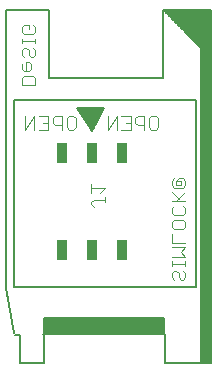
<source format=gbr>
G75*
G70*
%OFA0B0*%
%FSLAX24Y24*%
%IPPOS*%
%LPD*%
%AMOC8*
5,1,8,0,0,1.08239X$1,22.5*
%
%ADD10C,0.0050*%
%ADD11C,0.0040*%
%ADD12R,0.0354X0.0697*%
D10*
X029190Y011909D02*
X028940Y013409D01*
X028940Y022683D01*
X028935Y022684D02*
X030379Y022684D01*
X030379Y020401D01*
X030725Y020401D01*
X030684Y020399D02*
X034166Y020399D01*
X034166Y022685D01*
X034166Y022681D02*
X035777Y022681D01*
X035777Y022679D02*
X035773Y021051D01*
X035772Y011438D01*
X035773Y011444D02*
X035773Y010909D01*
X035440Y010909D01*
X035440Y021409D01*
X034190Y022659D01*
X035690Y022659D01*
X035690Y010909D01*
X035440Y010909D01*
X035440Y021409D01*
X034190Y022659D01*
X034229Y022620D02*
X035690Y022620D01*
X035690Y022571D02*
X034278Y022571D01*
X034326Y022523D02*
X035690Y022523D01*
X035690Y022474D02*
X034375Y022474D01*
X034423Y022426D02*
X035690Y022426D01*
X035690Y022377D02*
X034472Y022377D01*
X034520Y022329D02*
X035690Y022329D01*
X035690Y022280D02*
X034569Y022280D01*
X034617Y022232D02*
X035690Y022232D01*
X035690Y022183D02*
X034666Y022183D01*
X034714Y022135D02*
X035690Y022135D01*
X035690Y022086D02*
X034763Y022086D01*
X034811Y022038D02*
X035690Y022038D01*
X035690Y021989D02*
X034860Y021989D01*
X034908Y021941D02*
X035690Y021941D01*
X035690Y021892D02*
X034957Y021892D01*
X035005Y021844D02*
X035690Y021844D01*
X035690Y021795D02*
X035054Y021795D01*
X035102Y021747D02*
X035690Y021747D01*
X035690Y021698D02*
X035151Y021698D01*
X035199Y021650D02*
X035690Y021650D01*
X035690Y021601D02*
X035248Y021601D01*
X035296Y021553D02*
X035690Y021553D01*
X035690Y021504D02*
X035345Y021504D01*
X035393Y021456D02*
X035690Y021456D01*
X035690Y021407D02*
X035440Y021407D01*
X035440Y021359D02*
X035690Y021359D01*
X035690Y021310D02*
X035440Y021310D01*
X035440Y021262D02*
X035690Y021262D01*
X035690Y021213D02*
X035440Y021213D01*
X035440Y021165D02*
X035690Y021165D01*
X035690Y021116D02*
X035440Y021116D01*
X035440Y021068D02*
X035690Y021068D01*
X035690Y021019D02*
X035440Y021019D01*
X035440Y020971D02*
X035690Y020971D01*
X035690Y020922D02*
X035440Y020922D01*
X035440Y020874D02*
X035690Y020874D01*
X035690Y020825D02*
X035440Y020825D01*
X035440Y020777D02*
X035690Y020777D01*
X035690Y020728D02*
X035440Y020728D01*
X035440Y020680D02*
X035690Y020680D01*
X035690Y020631D02*
X035440Y020631D01*
X035440Y020583D02*
X035690Y020583D01*
X035690Y020534D02*
X035440Y020534D01*
X035440Y020486D02*
X035690Y020486D01*
X035690Y020437D02*
X035440Y020437D01*
X035440Y020389D02*
X035690Y020389D01*
X035690Y020340D02*
X035440Y020340D01*
X035440Y020292D02*
X035690Y020292D01*
X035690Y020243D02*
X035440Y020243D01*
X035440Y020195D02*
X035690Y020195D01*
X035690Y020146D02*
X035440Y020146D01*
X035440Y020098D02*
X035690Y020098D01*
X035690Y020049D02*
X035440Y020049D01*
X035440Y020001D02*
X035690Y020001D01*
X035690Y019952D02*
X035440Y019952D01*
X035440Y019904D02*
X035690Y019904D01*
X035690Y019855D02*
X035440Y019855D01*
X035440Y019807D02*
X035690Y019807D01*
X035690Y019758D02*
X035440Y019758D01*
X035440Y019710D02*
X035690Y019710D01*
X035690Y019661D02*
X035440Y019661D01*
X035440Y019613D02*
X035690Y019613D01*
X035690Y019564D02*
X035440Y019564D01*
X035440Y019516D02*
X035690Y019516D01*
X035690Y019467D02*
X035440Y019467D01*
X035440Y019419D02*
X035690Y019419D01*
X035690Y019370D02*
X035440Y019370D01*
X035440Y019322D02*
X035690Y019322D01*
X035690Y019273D02*
X035440Y019273D01*
X035440Y019225D02*
X035690Y019225D01*
X035690Y019176D02*
X035440Y019176D01*
X035440Y019128D02*
X035690Y019128D01*
X035690Y019079D02*
X035440Y019079D01*
X035440Y019031D02*
X035690Y019031D01*
X035690Y018982D02*
X035440Y018982D01*
X035440Y018934D02*
X035690Y018934D01*
X035690Y018885D02*
X035440Y018885D01*
X035440Y018837D02*
X035690Y018837D01*
X035690Y018788D02*
X035440Y018788D01*
X035440Y018740D02*
X035690Y018740D01*
X035690Y018691D02*
X035440Y018691D01*
X035440Y018643D02*
X035690Y018643D01*
X035690Y018594D02*
X035440Y018594D01*
X035440Y018546D02*
X035690Y018546D01*
X035690Y018497D02*
X035440Y018497D01*
X035440Y018449D02*
X035690Y018449D01*
X035690Y018400D02*
X035440Y018400D01*
X035440Y018352D02*
X035690Y018352D01*
X035690Y018303D02*
X035440Y018303D01*
X035440Y018255D02*
X035690Y018255D01*
X035690Y018206D02*
X035440Y018206D01*
X035440Y018158D02*
X035690Y018158D01*
X035690Y018109D02*
X035440Y018109D01*
X035440Y018061D02*
X035690Y018061D01*
X035690Y018012D02*
X035440Y018012D01*
X035440Y017964D02*
X035690Y017964D01*
X035690Y017915D02*
X035440Y017915D01*
X035440Y017867D02*
X035690Y017867D01*
X035690Y017818D02*
X035440Y017818D01*
X035440Y017770D02*
X035690Y017770D01*
X035690Y017721D02*
X035440Y017721D01*
X035440Y017673D02*
X035690Y017673D01*
X035690Y017624D02*
X035440Y017624D01*
X035440Y017576D02*
X035690Y017576D01*
X035690Y017527D02*
X035440Y017527D01*
X035440Y017479D02*
X035690Y017479D01*
X035690Y017430D02*
X035440Y017430D01*
X035440Y017382D02*
X035690Y017382D01*
X035690Y017333D02*
X035440Y017333D01*
X035440Y017285D02*
X035690Y017285D01*
X035690Y017236D02*
X035440Y017236D01*
X035440Y017188D02*
X035690Y017188D01*
X035690Y017139D02*
X035440Y017139D01*
X035440Y017091D02*
X035690Y017091D01*
X035690Y017042D02*
X035440Y017042D01*
X035440Y016994D02*
X035690Y016994D01*
X035690Y016945D02*
X035440Y016945D01*
X035440Y016897D02*
X035690Y016897D01*
X035690Y016848D02*
X035440Y016848D01*
X035440Y016800D02*
X035690Y016800D01*
X035690Y016751D02*
X035440Y016751D01*
X035440Y016703D02*
X035690Y016703D01*
X035690Y016654D02*
X035440Y016654D01*
X035440Y016606D02*
X035690Y016606D01*
X035690Y016557D02*
X035440Y016557D01*
X035440Y016509D02*
X035690Y016509D01*
X035690Y016460D02*
X035440Y016460D01*
X035440Y016412D02*
X035690Y016412D01*
X035690Y016363D02*
X035440Y016363D01*
X035440Y016315D02*
X035690Y016315D01*
X035690Y016266D02*
X035440Y016266D01*
X035440Y016218D02*
X035690Y016218D01*
X035690Y016169D02*
X035440Y016169D01*
X035440Y016121D02*
X035690Y016121D01*
X035690Y016072D02*
X035440Y016072D01*
X035440Y016024D02*
X035690Y016024D01*
X035690Y015975D02*
X035440Y015975D01*
X035440Y015927D02*
X035690Y015927D01*
X035690Y015878D02*
X035440Y015878D01*
X035440Y015830D02*
X035690Y015830D01*
X035690Y015781D02*
X035440Y015781D01*
X035440Y015733D02*
X035690Y015733D01*
X035690Y015684D02*
X035440Y015684D01*
X035440Y015636D02*
X035690Y015636D01*
X035690Y015587D02*
X035440Y015587D01*
X035440Y015539D02*
X035690Y015539D01*
X035690Y015490D02*
X035440Y015490D01*
X035440Y015442D02*
X035690Y015442D01*
X035690Y015393D02*
X035440Y015393D01*
X035440Y015345D02*
X035690Y015345D01*
X035690Y015296D02*
X035440Y015296D01*
X035440Y015248D02*
X035690Y015248D01*
X035690Y015199D02*
X035440Y015199D01*
X035440Y015151D02*
X035690Y015151D01*
X035690Y015102D02*
X035440Y015102D01*
X035440Y015054D02*
X035690Y015054D01*
X035690Y015005D02*
X035440Y015005D01*
X035440Y014957D02*
X035690Y014957D01*
X035690Y014908D02*
X035440Y014908D01*
X035440Y014860D02*
X035690Y014860D01*
X035690Y014811D02*
X035440Y014811D01*
X035440Y014763D02*
X035690Y014763D01*
X035690Y014714D02*
X035440Y014714D01*
X035440Y014666D02*
X035690Y014666D01*
X035690Y014617D02*
X035440Y014617D01*
X035440Y014569D02*
X035690Y014569D01*
X035690Y014520D02*
X035440Y014520D01*
X035440Y014472D02*
X035690Y014472D01*
X035690Y014423D02*
X035440Y014423D01*
X035440Y014375D02*
X035690Y014375D01*
X035690Y014326D02*
X035440Y014326D01*
X035440Y014278D02*
X035690Y014278D01*
X035690Y014229D02*
X035440Y014229D01*
X035440Y014181D02*
X035690Y014181D01*
X035690Y014132D02*
X035440Y014132D01*
X035440Y014084D02*
X035690Y014084D01*
X035690Y014035D02*
X035440Y014035D01*
X035440Y013987D02*
X035690Y013987D01*
X035690Y013938D02*
X035440Y013938D01*
X035440Y013890D02*
X035690Y013890D01*
X035690Y013841D02*
X035440Y013841D01*
X035440Y013793D02*
X035690Y013793D01*
X035690Y013744D02*
X035440Y013744D01*
X035440Y013696D02*
X035690Y013696D01*
X035690Y013647D02*
X035440Y013647D01*
X035440Y013599D02*
X035690Y013599D01*
X035690Y013550D02*
X035440Y013550D01*
X035440Y013502D02*
X035690Y013502D01*
X035690Y013453D02*
X035440Y013453D01*
X035440Y013405D02*
X035690Y013405D01*
X035690Y013356D02*
X035440Y013356D01*
X035440Y013308D02*
X035690Y013308D01*
X035690Y013259D02*
X035440Y013259D01*
X035440Y013211D02*
X035690Y013211D01*
X035690Y013162D02*
X035440Y013162D01*
X035440Y013114D02*
X035690Y013114D01*
X035690Y013065D02*
X035440Y013065D01*
X035440Y013017D02*
X035690Y013017D01*
X035690Y012968D02*
X035440Y012968D01*
X035440Y012920D02*
X035690Y012920D01*
X035690Y012871D02*
X035440Y012871D01*
X035440Y012823D02*
X035690Y012823D01*
X035690Y012774D02*
X035440Y012774D01*
X035440Y012726D02*
X035690Y012726D01*
X035690Y012677D02*
X035440Y012677D01*
X035440Y012629D02*
X035690Y012629D01*
X035690Y012580D02*
X035440Y012580D01*
X035440Y012532D02*
X035690Y012532D01*
X035690Y012483D02*
X035440Y012483D01*
X035440Y012435D02*
X035690Y012435D01*
X035690Y012386D02*
X035440Y012386D01*
X035440Y012338D02*
X035690Y012338D01*
X035690Y012289D02*
X035440Y012289D01*
X035440Y012241D02*
X035690Y012241D01*
X035690Y012192D02*
X035440Y012192D01*
X035440Y012144D02*
X035690Y012144D01*
X035690Y012095D02*
X035440Y012095D01*
X035440Y012047D02*
X035690Y012047D01*
X035690Y011998D02*
X035440Y011998D01*
X035440Y011950D02*
X035690Y011950D01*
X035690Y011901D02*
X035440Y011901D01*
X035440Y011853D02*
X035690Y011853D01*
X035690Y011804D02*
X035440Y011804D01*
X035440Y011756D02*
X035690Y011756D01*
X035690Y011707D02*
X035440Y011707D01*
X035440Y011659D02*
X035690Y011659D01*
X035690Y011610D02*
X035440Y011610D01*
X035440Y011562D02*
X035690Y011562D01*
X035690Y011513D02*
X035440Y011513D01*
X035440Y011465D02*
X035690Y011465D01*
X035690Y011416D02*
X035440Y011416D01*
X035440Y011368D02*
X035690Y011368D01*
X035690Y011319D02*
X035440Y011319D01*
X035440Y011271D02*
X035690Y011271D01*
X035690Y011222D02*
X035440Y011222D01*
X035440Y011174D02*
X035690Y011174D01*
X035690Y011125D02*
X035440Y011125D01*
X035440Y011077D02*
X035690Y011077D01*
X035690Y011028D02*
X035440Y011028D01*
X035440Y010980D02*
X035690Y010980D01*
X035690Y010931D02*
X035440Y010931D01*
X035440Y010909D02*
X034237Y010909D01*
X034237Y011854D01*
X034235Y011854D02*
X030716Y011855D01*
X030190Y011855D01*
X030179Y011855D01*
X030190Y011855D02*
X030190Y010909D01*
X029440Y010909D01*
X029411Y010891D02*
X029413Y011838D01*
X029228Y011838D01*
X030190Y011909D02*
X034190Y011909D01*
X034190Y012409D01*
X030190Y012409D01*
X030190Y011909D01*
X030190Y011950D02*
X034190Y011950D01*
X034190Y011998D02*
X030190Y011998D01*
X030190Y012047D02*
X034190Y012047D01*
X034190Y012095D02*
X030190Y012095D01*
X030190Y012144D02*
X034190Y012144D01*
X034190Y012192D02*
X030190Y012192D01*
X030190Y012241D02*
X034190Y012241D01*
X034190Y012289D02*
X030190Y012289D01*
X030190Y012338D02*
X034190Y012338D01*
X034190Y012386D02*
X030190Y012386D01*
X030698Y013440D02*
X029198Y013430D01*
X029190Y019677D01*
X035267Y019677D01*
X035267Y013440D01*
X030698Y013440D01*
X031812Y018647D02*
X032190Y019409D01*
X031316Y019401D01*
X031812Y018647D01*
X031834Y018691D02*
X031783Y018691D01*
X031751Y018740D02*
X031858Y018740D01*
X031882Y018788D02*
X031719Y018788D01*
X031687Y018837D02*
X031906Y018837D01*
X031930Y018885D02*
X031655Y018885D01*
X031624Y018934D02*
X031954Y018934D01*
X031978Y018982D02*
X031592Y018982D01*
X031560Y019031D02*
X032002Y019031D01*
X032026Y019079D02*
X031528Y019079D01*
X031496Y019128D02*
X032050Y019128D01*
X032074Y019176D02*
X031464Y019176D01*
X031432Y019225D02*
X032099Y019225D01*
X032123Y019273D02*
X031400Y019273D01*
X031368Y019322D02*
X032147Y019322D01*
X032171Y019370D02*
X031336Y019370D01*
D11*
X031185Y019139D02*
X031031Y019139D01*
X030955Y019063D01*
X030955Y018756D01*
X031031Y018679D01*
X031185Y018679D01*
X031262Y018756D01*
X031262Y019063D01*
X031185Y019139D01*
X030801Y019139D02*
X030571Y019139D01*
X030494Y019063D01*
X030494Y018909D01*
X030571Y018832D01*
X030801Y018832D01*
X030801Y018679D02*
X030801Y019139D01*
X030341Y019139D02*
X030341Y018679D01*
X030034Y018679D01*
X029880Y018679D02*
X029880Y019139D01*
X029573Y018679D01*
X029573Y019139D01*
X030034Y019139D02*
X030341Y019139D01*
X030341Y018909D02*
X030187Y018909D01*
X029920Y020179D02*
X029460Y020179D01*
X029460Y020409D01*
X029537Y020486D01*
X029844Y020486D01*
X029920Y020409D01*
X029920Y020179D01*
X029690Y020639D02*
X029767Y020716D01*
X029767Y020870D01*
X029690Y020946D01*
X029613Y020946D01*
X029613Y020639D01*
X029537Y020639D02*
X029690Y020639D01*
X029537Y020639D02*
X029460Y020716D01*
X029460Y020870D01*
X029537Y021100D02*
X029460Y021176D01*
X029460Y021330D01*
X029537Y021407D01*
X029613Y021407D01*
X029690Y021330D01*
X029690Y021176D01*
X029767Y021100D01*
X029844Y021100D01*
X029920Y021176D01*
X029920Y021330D01*
X029844Y021407D01*
X029920Y021560D02*
X029920Y021714D01*
X029920Y021637D02*
X029460Y021637D01*
X029460Y021560D02*
X029460Y021714D01*
X029537Y021867D02*
X029460Y021944D01*
X029460Y022097D01*
X029537Y022174D01*
X029690Y022174D01*
X029690Y022020D01*
X029537Y021867D02*
X029844Y021867D01*
X029920Y021944D01*
X029920Y022097D01*
X029844Y022174D01*
X032323Y019139D02*
X032323Y018679D01*
X032630Y019139D01*
X032630Y018679D01*
X032784Y018679D02*
X033091Y018679D01*
X033091Y019139D01*
X032784Y019139D01*
X032937Y018909D02*
X033091Y018909D01*
X033244Y018909D02*
X033321Y018832D01*
X033551Y018832D01*
X033551Y018679D02*
X033551Y019139D01*
X033321Y019139D01*
X033244Y019063D01*
X033244Y018909D01*
X033705Y018756D02*
X033705Y019063D01*
X033781Y019139D01*
X033935Y019139D01*
X034012Y019063D01*
X034012Y018756D01*
X033935Y018679D01*
X033781Y018679D01*
X033705Y018756D01*
X034537Y017055D02*
X034460Y016978D01*
X034460Y016825D01*
X034537Y016748D01*
X034844Y016748D01*
X034920Y016825D01*
X034920Y016978D01*
X034844Y017055D01*
X034690Y017055D01*
X034613Y016978D01*
X034767Y016978D01*
X034767Y016825D01*
X034613Y016825D01*
X034613Y016978D01*
X034460Y016595D02*
X034690Y016365D01*
X034613Y016288D02*
X034920Y016595D01*
X034920Y016288D02*
X034460Y016288D01*
X034537Y016134D02*
X034460Y016058D01*
X034460Y015904D01*
X034537Y015827D01*
X034844Y015827D01*
X034920Y015904D01*
X034920Y016058D01*
X034844Y016134D01*
X034844Y015674D02*
X034537Y015674D01*
X034460Y015597D01*
X034460Y015444D01*
X034537Y015367D01*
X034844Y015367D01*
X034920Y015444D01*
X034920Y015597D01*
X034844Y015674D01*
X034460Y015214D02*
X034460Y014907D01*
X034920Y014907D01*
X034920Y014753D02*
X034460Y014753D01*
X034460Y014446D02*
X034920Y014446D01*
X034767Y014600D01*
X034920Y014753D01*
X034920Y014293D02*
X034920Y014139D01*
X034920Y014216D02*
X034460Y014216D01*
X034460Y014139D02*
X034460Y014293D01*
X034537Y013986D02*
X034460Y013909D01*
X034460Y013756D01*
X034537Y013679D01*
X034690Y013756D02*
X034690Y013909D01*
X034613Y013986D01*
X034537Y013986D01*
X034690Y013756D02*
X034767Y013679D01*
X034844Y013679D01*
X034920Y013756D01*
X034920Y013909D01*
X034844Y013986D01*
X032240Y016272D02*
X032240Y016426D01*
X032240Y016349D02*
X031857Y016349D01*
X031780Y016272D01*
X031780Y016196D01*
X031857Y016119D01*
X031780Y016579D02*
X031780Y016886D01*
X031780Y016733D02*
X032240Y016733D01*
X032087Y016579D01*
D12*
X031812Y017917D03*
X030812Y017917D03*
X032812Y017917D03*
X032812Y014667D03*
X031812Y014667D03*
X030812Y014667D03*
M02*

</source>
